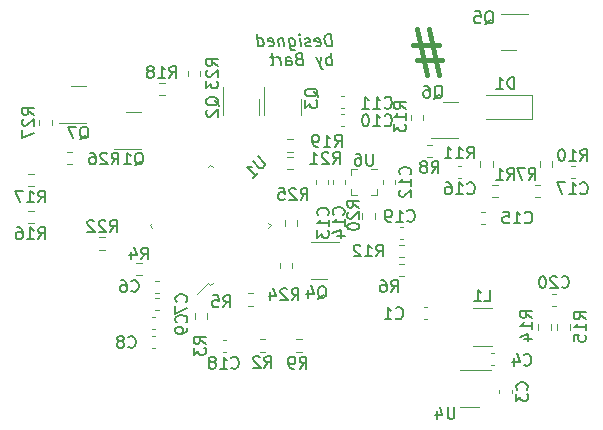
<source format=gbr>
%TF.GenerationSoftware,KiCad,Pcbnew,6.0.2-1.fc35*%
%TF.CreationDate,2022-05-31T23:37:54+02:00*%
%TF.ProjectId,LEDnode,4c45446e-6f64-4652-9e6b-696361645f70,rev?*%
%TF.SameCoordinates,Original*%
%TF.FileFunction,Legend,Bot*%
%TF.FilePolarity,Positive*%
%FSLAX46Y46*%
G04 Gerber Fmt 4.6, Leading zero omitted, Abs format (unit mm)*
G04 Created by KiCad (PCBNEW 6.0.2-1.fc35) date 2022-05-31 23:37:54*
%MOMM*%
%LPD*%
G01*
G04 APERTURE LIST*
%ADD10C,0.150000*%
%ADD11C,0.400000*%
%ADD12C,0.120000*%
G04 APERTURE END LIST*
D10*
X107408452Y-72147380D02*
X107283452Y-71147380D01*
X107045357Y-71147380D01*
X106908452Y-71195000D01*
X106825119Y-71290238D01*
X106789404Y-71385476D01*
X106765595Y-71575952D01*
X106783452Y-71718809D01*
X106854880Y-71909285D01*
X106914404Y-72004523D01*
X107021547Y-72099761D01*
X107170357Y-72147380D01*
X107408452Y-72147380D01*
X106021547Y-72099761D02*
X106122738Y-72147380D01*
X106313214Y-72147380D01*
X106402500Y-72099761D01*
X106438214Y-72004523D01*
X106390595Y-71623571D01*
X106331071Y-71528333D01*
X106229880Y-71480714D01*
X106039404Y-71480714D01*
X105950119Y-71528333D01*
X105914404Y-71623571D01*
X105926309Y-71718809D01*
X106414404Y-71814047D01*
X105592976Y-72099761D02*
X105503690Y-72147380D01*
X105313214Y-72147380D01*
X105212023Y-72099761D01*
X105152500Y-72004523D01*
X105146547Y-71956904D01*
X105182261Y-71861666D01*
X105271547Y-71814047D01*
X105414404Y-71814047D01*
X105503690Y-71766428D01*
X105539404Y-71671190D01*
X105533452Y-71623571D01*
X105473928Y-71528333D01*
X105372738Y-71480714D01*
X105229880Y-71480714D01*
X105140595Y-71528333D01*
X104741785Y-72147380D02*
X104658452Y-71480714D01*
X104616785Y-71147380D02*
X104670357Y-71195000D01*
X104628690Y-71242619D01*
X104575119Y-71195000D01*
X104616785Y-71147380D01*
X104628690Y-71242619D01*
X103753690Y-71480714D02*
X103854880Y-72290238D01*
X103914404Y-72385476D01*
X103967976Y-72433095D01*
X104069166Y-72480714D01*
X104212023Y-72480714D01*
X104301309Y-72433095D01*
X103831071Y-72099761D02*
X103932261Y-72147380D01*
X104122738Y-72147380D01*
X104212023Y-72099761D01*
X104253690Y-72052142D01*
X104289404Y-71956904D01*
X104253690Y-71671190D01*
X104194166Y-71575952D01*
X104140595Y-71528333D01*
X104039404Y-71480714D01*
X103848928Y-71480714D01*
X103759642Y-71528333D01*
X103277500Y-71480714D02*
X103360833Y-72147380D01*
X103289404Y-71575952D02*
X103235833Y-71528333D01*
X103134642Y-71480714D01*
X102991785Y-71480714D01*
X102902500Y-71528333D01*
X102866785Y-71623571D01*
X102932261Y-72147380D01*
X102069166Y-72099761D02*
X102170357Y-72147380D01*
X102360833Y-72147380D01*
X102450119Y-72099761D01*
X102485833Y-72004523D01*
X102438214Y-71623571D01*
X102378690Y-71528333D01*
X102277500Y-71480714D01*
X102087023Y-71480714D01*
X101997738Y-71528333D01*
X101962023Y-71623571D01*
X101973928Y-71718809D01*
X102462023Y-71814047D01*
X101170357Y-72147380D02*
X101045357Y-71147380D01*
X101164404Y-72099761D02*
X101265595Y-72147380D01*
X101456071Y-72147380D01*
X101545357Y-72099761D01*
X101587023Y-72052142D01*
X101622738Y-71956904D01*
X101587023Y-71671190D01*
X101527500Y-71575952D01*
X101473928Y-71528333D01*
X101372738Y-71480714D01*
X101182261Y-71480714D01*
X101092976Y-71528333D01*
X107408452Y-73757380D02*
X107283452Y-72757380D01*
X107331071Y-73138333D02*
X107229880Y-73090714D01*
X107039404Y-73090714D01*
X106950119Y-73138333D01*
X106908452Y-73185952D01*
X106872738Y-73281190D01*
X106908452Y-73566904D01*
X106967976Y-73662142D01*
X107021547Y-73709761D01*
X107122738Y-73757380D01*
X107313214Y-73757380D01*
X107402500Y-73709761D01*
X106515595Y-73090714D02*
X106360833Y-73757380D01*
X106039404Y-73090714D02*
X106360833Y-73757380D01*
X106485833Y-73995476D01*
X106539404Y-74043095D01*
X106640595Y-74090714D01*
X104581071Y-73233571D02*
X104444166Y-73281190D01*
X104402500Y-73328809D01*
X104366785Y-73424047D01*
X104384642Y-73566904D01*
X104444166Y-73662142D01*
X104497738Y-73709761D01*
X104598928Y-73757380D01*
X104979880Y-73757380D01*
X104854880Y-72757380D01*
X104521547Y-72757380D01*
X104432261Y-72805000D01*
X104390595Y-72852619D01*
X104354880Y-72947857D01*
X104366785Y-73043095D01*
X104426309Y-73138333D01*
X104479880Y-73185952D01*
X104581071Y-73233571D01*
X104914404Y-73233571D01*
X103551309Y-73757380D02*
X103485833Y-73233571D01*
X103521547Y-73138333D01*
X103610833Y-73090714D01*
X103801309Y-73090714D01*
X103902500Y-73138333D01*
X103545357Y-73709761D02*
X103646547Y-73757380D01*
X103884642Y-73757380D01*
X103973928Y-73709761D01*
X104009642Y-73614523D01*
X103997738Y-73519285D01*
X103938214Y-73424047D01*
X103837023Y-73376428D01*
X103598928Y-73376428D01*
X103497738Y-73328809D01*
X103075119Y-73757380D02*
X102991785Y-73090714D01*
X103015595Y-73281190D02*
X102956071Y-73185952D01*
X102902500Y-73138333D01*
X102801309Y-73090714D01*
X102706071Y-73090714D01*
X102515595Y-73090714D02*
X102134642Y-73090714D01*
X102331071Y-72757380D02*
X102438214Y-73614523D01*
X102402500Y-73709761D01*
X102313214Y-73757380D01*
X102217976Y-73757380D01*
%TO.C,R10*%
X128442857Y-81852380D02*
X128776190Y-81376190D01*
X129014285Y-81852380D02*
X129014285Y-80852380D01*
X128633333Y-80852380D01*
X128538095Y-80900000D01*
X128490476Y-80947619D01*
X128442857Y-81042857D01*
X128442857Y-81185714D01*
X128490476Y-81280952D01*
X128538095Y-81328571D01*
X128633333Y-81376190D01*
X129014285Y-81376190D01*
X127490476Y-81852380D02*
X128061904Y-81852380D01*
X127776190Y-81852380D02*
X127776190Y-80852380D01*
X127871428Y-80995238D01*
X127966666Y-81090476D01*
X128061904Y-81138095D01*
X126871428Y-80852380D02*
X126776190Y-80852380D01*
X126680952Y-80900000D01*
X126633333Y-80947619D01*
X126585714Y-81042857D01*
X126538095Y-81233333D01*
X126538095Y-81471428D01*
X126585714Y-81661904D01*
X126633333Y-81757142D01*
X126680952Y-81804761D01*
X126776190Y-81852380D01*
X126871428Y-81852380D01*
X126966666Y-81804761D01*
X127014285Y-81757142D01*
X127061904Y-81661904D01*
X127109523Y-81471428D01*
X127109523Y-81233333D01*
X127061904Y-81042857D01*
X127014285Y-80947619D01*
X126966666Y-80900000D01*
X126871428Y-80852380D01*
%TO.C,C7*%
X95057142Y-93783333D02*
X95104761Y-93735714D01*
X95152380Y-93592857D01*
X95152380Y-93497619D01*
X95104761Y-93354761D01*
X95009523Y-93259523D01*
X94914285Y-93211904D01*
X94723809Y-93164285D01*
X94580952Y-93164285D01*
X94390476Y-93211904D01*
X94295238Y-93259523D01*
X94200000Y-93354761D01*
X94152380Y-93497619D01*
X94152380Y-93592857D01*
X94200000Y-93735714D01*
X94247619Y-93783333D01*
X94152380Y-94116666D02*
X94152380Y-94783333D01*
X95152380Y-94354761D01*
%TO.C,C8*%
X90166666Y-97607142D02*
X90214285Y-97654761D01*
X90357142Y-97702380D01*
X90452380Y-97702380D01*
X90595238Y-97654761D01*
X90690476Y-97559523D01*
X90738095Y-97464285D01*
X90785714Y-97273809D01*
X90785714Y-97130952D01*
X90738095Y-96940476D01*
X90690476Y-96845238D01*
X90595238Y-96750000D01*
X90452380Y-96702380D01*
X90357142Y-96702380D01*
X90214285Y-96750000D01*
X90166666Y-96797619D01*
X89595238Y-97130952D02*
X89690476Y-97083333D01*
X89738095Y-97035714D01*
X89785714Y-96940476D01*
X89785714Y-96892857D01*
X89738095Y-96797619D01*
X89690476Y-96750000D01*
X89595238Y-96702380D01*
X89404761Y-96702380D01*
X89309523Y-96750000D01*
X89261904Y-96797619D01*
X89214285Y-96892857D01*
X89214285Y-96940476D01*
X89261904Y-97035714D01*
X89309523Y-97083333D01*
X89404761Y-97130952D01*
X89595238Y-97130952D01*
X89690476Y-97178571D01*
X89738095Y-97226190D01*
X89785714Y-97321428D01*
X89785714Y-97511904D01*
X89738095Y-97607142D01*
X89690476Y-97654761D01*
X89595238Y-97702380D01*
X89404761Y-97702380D01*
X89309523Y-97654761D01*
X89261904Y-97607142D01*
X89214285Y-97511904D01*
X89214285Y-97321428D01*
X89261904Y-97226190D01*
X89309523Y-97178571D01*
X89404761Y-97130952D01*
%TO.C,Q5*%
X120345238Y-70297619D02*
X120440476Y-70250000D01*
X120535714Y-70154761D01*
X120678571Y-70011904D01*
X120773809Y-69964285D01*
X120869047Y-69964285D01*
X120821428Y-70202380D02*
X120916666Y-70154761D01*
X121011904Y-70059523D01*
X121059523Y-69869047D01*
X121059523Y-69535714D01*
X121011904Y-69345238D01*
X120916666Y-69250000D01*
X120821428Y-69202380D01*
X120630952Y-69202380D01*
X120535714Y-69250000D01*
X120440476Y-69345238D01*
X120392857Y-69535714D01*
X120392857Y-69869047D01*
X120440476Y-70059523D01*
X120535714Y-70154761D01*
X120630952Y-70202380D01*
X120821428Y-70202380D01*
X119488095Y-69202380D02*
X119964285Y-69202380D01*
X120011904Y-69678571D01*
X119964285Y-69630952D01*
X119869047Y-69583333D01*
X119630952Y-69583333D01*
X119535714Y-69630952D01*
X119488095Y-69678571D01*
X119440476Y-69773809D01*
X119440476Y-70011904D01*
X119488095Y-70107142D01*
X119535714Y-70154761D01*
X119630952Y-70202380D01*
X119869047Y-70202380D01*
X119964285Y-70154761D01*
X120011904Y-70107142D01*
%TO.C,C6*%
X90416666Y-92857142D02*
X90464285Y-92904761D01*
X90607142Y-92952380D01*
X90702380Y-92952380D01*
X90845238Y-92904761D01*
X90940476Y-92809523D01*
X90988095Y-92714285D01*
X91035714Y-92523809D01*
X91035714Y-92380952D01*
X90988095Y-92190476D01*
X90940476Y-92095238D01*
X90845238Y-92000000D01*
X90702380Y-91952380D01*
X90607142Y-91952380D01*
X90464285Y-92000000D01*
X90416666Y-92047619D01*
X89559523Y-91952380D02*
X89750000Y-91952380D01*
X89845238Y-92000000D01*
X89892857Y-92047619D01*
X89988095Y-92190476D01*
X90035714Y-92380952D01*
X90035714Y-92761904D01*
X89988095Y-92857142D01*
X89940476Y-92904761D01*
X89845238Y-92952380D01*
X89654761Y-92952380D01*
X89559523Y-92904761D01*
X89511904Y-92857142D01*
X89464285Y-92761904D01*
X89464285Y-92523809D01*
X89511904Y-92428571D01*
X89559523Y-92380952D01*
X89654761Y-92333333D01*
X89845238Y-92333333D01*
X89940476Y-92380952D01*
X89988095Y-92428571D01*
X90035714Y-92523809D01*
%TO.C,Q1*%
X90695238Y-82247619D02*
X90790476Y-82200000D01*
X90885714Y-82104761D01*
X91028571Y-81961904D01*
X91123809Y-81914285D01*
X91219047Y-81914285D01*
X91171428Y-82152380D02*
X91266666Y-82104761D01*
X91361904Y-82009523D01*
X91409523Y-81819047D01*
X91409523Y-81485714D01*
X91361904Y-81295238D01*
X91266666Y-81200000D01*
X91171428Y-81152380D01*
X90980952Y-81152380D01*
X90885714Y-81200000D01*
X90790476Y-81295238D01*
X90742857Y-81485714D01*
X90742857Y-81819047D01*
X90790476Y-82009523D01*
X90885714Y-82104761D01*
X90980952Y-82152380D01*
X91171428Y-82152380D01*
X89790476Y-82152380D02*
X90361904Y-82152380D01*
X90076190Y-82152380D02*
X90076190Y-81152380D01*
X90171428Y-81295238D01*
X90266666Y-81390476D01*
X90361904Y-81438095D01*
%TO.C,C17*%
X128442857Y-84587142D02*
X128490476Y-84634761D01*
X128633333Y-84682380D01*
X128728571Y-84682380D01*
X128871428Y-84634761D01*
X128966666Y-84539523D01*
X129014285Y-84444285D01*
X129061904Y-84253809D01*
X129061904Y-84110952D01*
X129014285Y-83920476D01*
X128966666Y-83825238D01*
X128871428Y-83730000D01*
X128728571Y-83682380D01*
X128633333Y-83682380D01*
X128490476Y-83730000D01*
X128442857Y-83777619D01*
X127490476Y-84682380D02*
X128061904Y-84682380D01*
X127776190Y-84682380D02*
X127776190Y-83682380D01*
X127871428Y-83825238D01*
X127966666Y-83920476D01*
X128061904Y-83968095D01*
X127157142Y-83682380D02*
X126490476Y-83682380D01*
X126919047Y-84682380D01*
%TO.C,Q2*%
X97847619Y-77204761D02*
X97800000Y-77109523D01*
X97704761Y-77014285D01*
X97561904Y-76871428D01*
X97514285Y-76776190D01*
X97514285Y-76680952D01*
X97752380Y-76728571D02*
X97704761Y-76633333D01*
X97609523Y-76538095D01*
X97419047Y-76490476D01*
X97085714Y-76490476D01*
X96895238Y-76538095D01*
X96800000Y-76633333D01*
X96752380Y-76728571D01*
X96752380Y-76919047D01*
X96800000Y-77014285D01*
X96895238Y-77109523D01*
X97085714Y-77157142D01*
X97419047Y-77157142D01*
X97609523Y-77109523D01*
X97704761Y-77014285D01*
X97752380Y-76919047D01*
X97752380Y-76728571D01*
X96847619Y-77538095D02*
X96800000Y-77585714D01*
X96752380Y-77680952D01*
X96752380Y-77919047D01*
X96800000Y-78014285D01*
X96847619Y-78061904D01*
X96942857Y-78109523D01*
X97038095Y-78109523D01*
X97180952Y-78061904D01*
X97752380Y-77490476D01*
X97752380Y-78109523D01*
%TO.C,R18*%
X93642857Y-74822380D02*
X93976190Y-74346190D01*
X94214285Y-74822380D02*
X94214285Y-73822380D01*
X93833333Y-73822380D01*
X93738095Y-73870000D01*
X93690476Y-73917619D01*
X93642857Y-74012857D01*
X93642857Y-74155714D01*
X93690476Y-74250952D01*
X93738095Y-74298571D01*
X93833333Y-74346190D01*
X94214285Y-74346190D01*
X92690476Y-74822380D02*
X93261904Y-74822380D01*
X92976190Y-74822380D02*
X92976190Y-73822380D01*
X93071428Y-73965238D01*
X93166666Y-74060476D01*
X93261904Y-74108095D01*
X92119047Y-74250952D02*
X92214285Y-74203333D01*
X92261904Y-74155714D01*
X92309523Y-74060476D01*
X92309523Y-74012857D01*
X92261904Y-73917619D01*
X92214285Y-73870000D01*
X92119047Y-73822380D01*
X91928571Y-73822380D01*
X91833333Y-73870000D01*
X91785714Y-73917619D01*
X91738095Y-74012857D01*
X91738095Y-74060476D01*
X91785714Y-74155714D01*
X91833333Y-74203333D01*
X91928571Y-74250952D01*
X92119047Y-74250952D01*
X92214285Y-74298571D01*
X92261904Y-74346190D01*
X92309523Y-74441428D01*
X92309523Y-74631904D01*
X92261904Y-74727142D01*
X92214285Y-74774761D01*
X92119047Y-74822380D01*
X91928571Y-74822380D01*
X91833333Y-74774761D01*
X91785714Y-74727142D01*
X91738095Y-74631904D01*
X91738095Y-74441428D01*
X91785714Y-74346190D01*
X91833333Y-74298571D01*
X91928571Y-74250952D01*
%TO.C,C15*%
X123742857Y-87057142D02*
X123790476Y-87104761D01*
X123933333Y-87152380D01*
X124028571Y-87152380D01*
X124171428Y-87104761D01*
X124266666Y-87009523D01*
X124314285Y-86914285D01*
X124361904Y-86723809D01*
X124361904Y-86580952D01*
X124314285Y-86390476D01*
X124266666Y-86295238D01*
X124171428Y-86200000D01*
X124028571Y-86152380D01*
X123933333Y-86152380D01*
X123790476Y-86200000D01*
X123742857Y-86247619D01*
X122790476Y-87152380D02*
X123361904Y-87152380D01*
X123076190Y-87152380D02*
X123076190Y-86152380D01*
X123171428Y-86295238D01*
X123266666Y-86390476D01*
X123361904Y-86438095D01*
X121885714Y-86152380D02*
X122361904Y-86152380D01*
X122409523Y-86628571D01*
X122361904Y-86580952D01*
X122266666Y-86533333D01*
X122028571Y-86533333D01*
X121933333Y-86580952D01*
X121885714Y-86628571D01*
X121838095Y-86723809D01*
X121838095Y-86961904D01*
X121885714Y-87057142D01*
X121933333Y-87104761D01*
X122028571Y-87152380D01*
X122266666Y-87152380D01*
X122361904Y-87104761D01*
X122409523Y-87057142D01*
%TO.C,C3*%
X123887142Y-101233333D02*
X123934761Y-101185714D01*
X123982380Y-101042857D01*
X123982380Y-100947619D01*
X123934761Y-100804761D01*
X123839523Y-100709523D01*
X123744285Y-100661904D01*
X123553809Y-100614285D01*
X123410952Y-100614285D01*
X123220476Y-100661904D01*
X123125238Y-100709523D01*
X123030000Y-100804761D01*
X122982380Y-100947619D01*
X122982380Y-101042857D01*
X123030000Y-101185714D01*
X123077619Y-101233333D01*
X122982380Y-101566666D02*
X122982380Y-102185714D01*
X123363333Y-101852380D01*
X123363333Y-101995238D01*
X123410952Y-102090476D01*
X123458571Y-102138095D01*
X123553809Y-102185714D01*
X123791904Y-102185714D01*
X123887142Y-102138095D01*
X123934761Y-102090476D01*
X123982380Y-101995238D01*
X123982380Y-101709523D01*
X123934761Y-101614285D01*
X123887142Y-101566666D01*
%TO.C,R17*%
X82542857Y-85382380D02*
X82876190Y-84906190D01*
X83114285Y-85382380D02*
X83114285Y-84382380D01*
X82733333Y-84382380D01*
X82638095Y-84430000D01*
X82590476Y-84477619D01*
X82542857Y-84572857D01*
X82542857Y-84715714D01*
X82590476Y-84810952D01*
X82638095Y-84858571D01*
X82733333Y-84906190D01*
X83114285Y-84906190D01*
X81590476Y-85382380D02*
X82161904Y-85382380D01*
X81876190Y-85382380D02*
X81876190Y-84382380D01*
X81971428Y-84525238D01*
X82066666Y-84620476D01*
X82161904Y-84668095D01*
X81257142Y-84382380D02*
X80590476Y-84382380D01*
X81019047Y-85382380D01*
%TO.C,C14*%
X108382142Y-86407142D02*
X108429761Y-86359523D01*
X108477380Y-86216666D01*
X108477380Y-86121428D01*
X108429761Y-85978571D01*
X108334523Y-85883333D01*
X108239285Y-85835714D01*
X108048809Y-85788095D01*
X107905952Y-85788095D01*
X107715476Y-85835714D01*
X107620238Y-85883333D01*
X107525000Y-85978571D01*
X107477380Y-86121428D01*
X107477380Y-86216666D01*
X107525000Y-86359523D01*
X107572619Y-86407142D01*
X108477380Y-87359523D02*
X108477380Y-86788095D01*
X108477380Y-87073809D02*
X107477380Y-87073809D01*
X107620238Y-86978571D01*
X107715476Y-86883333D01*
X107763095Y-86788095D01*
X107810714Y-88216666D02*
X108477380Y-88216666D01*
X107429761Y-87978571D02*
X108144047Y-87740476D01*
X108144047Y-88359523D01*
%TO.C,R11*%
X118842857Y-81652380D02*
X119176190Y-81176190D01*
X119414285Y-81652380D02*
X119414285Y-80652380D01*
X119033333Y-80652380D01*
X118938095Y-80700000D01*
X118890476Y-80747619D01*
X118842857Y-80842857D01*
X118842857Y-80985714D01*
X118890476Y-81080952D01*
X118938095Y-81128571D01*
X119033333Y-81176190D01*
X119414285Y-81176190D01*
X117890476Y-81652380D02*
X118461904Y-81652380D01*
X118176190Y-81652380D02*
X118176190Y-80652380D01*
X118271428Y-80795238D01*
X118366666Y-80890476D01*
X118461904Y-80938095D01*
X116938095Y-81652380D02*
X117509523Y-81652380D01*
X117223809Y-81652380D02*
X117223809Y-80652380D01*
X117319047Y-80795238D01*
X117414285Y-80890476D01*
X117509523Y-80938095D01*
%TO.C,C19*%
X113792857Y-86907142D02*
X113840476Y-86954761D01*
X113983333Y-87002380D01*
X114078571Y-87002380D01*
X114221428Y-86954761D01*
X114316666Y-86859523D01*
X114364285Y-86764285D01*
X114411904Y-86573809D01*
X114411904Y-86430952D01*
X114364285Y-86240476D01*
X114316666Y-86145238D01*
X114221428Y-86050000D01*
X114078571Y-86002380D01*
X113983333Y-86002380D01*
X113840476Y-86050000D01*
X113792857Y-86097619D01*
X112840476Y-87002380D02*
X113411904Y-87002380D01*
X113126190Y-87002380D02*
X113126190Y-86002380D01*
X113221428Y-86145238D01*
X113316666Y-86240476D01*
X113411904Y-86288095D01*
X112364285Y-87002380D02*
X112173809Y-87002380D01*
X112078571Y-86954761D01*
X112030952Y-86907142D01*
X111935714Y-86764285D01*
X111888095Y-86573809D01*
X111888095Y-86192857D01*
X111935714Y-86097619D01*
X111983333Y-86050000D01*
X112078571Y-86002380D01*
X112269047Y-86002380D01*
X112364285Y-86050000D01*
X112411904Y-86097619D01*
X112459523Y-86192857D01*
X112459523Y-86430952D01*
X112411904Y-86526190D01*
X112364285Y-86573809D01*
X112269047Y-86621428D01*
X112078571Y-86621428D01*
X111983333Y-86573809D01*
X111935714Y-86526190D01*
X111888095Y-86430952D01*
%TO.C,R1*%
X122266666Y-83452380D02*
X122600000Y-82976190D01*
X122838095Y-83452380D02*
X122838095Y-82452380D01*
X122457142Y-82452380D01*
X122361904Y-82500000D01*
X122314285Y-82547619D01*
X122266666Y-82642857D01*
X122266666Y-82785714D01*
X122314285Y-82880952D01*
X122361904Y-82928571D01*
X122457142Y-82976190D01*
X122838095Y-82976190D01*
X121314285Y-83452380D02*
X121885714Y-83452380D01*
X121600000Y-83452380D02*
X121600000Y-82452380D01*
X121695238Y-82595238D01*
X121790476Y-82690476D01*
X121885714Y-82738095D01*
%TO.C,R15*%
X128882380Y-95257142D02*
X128406190Y-94923809D01*
X128882380Y-94685714D02*
X127882380Y-94685714D01*
X127882380Y-95066666D01*
X127930000Y-95161904D01*
X127977619Y-95209523D01*
X128072857Y-95257142D01*
X128215714Y-95257142D01*
X128310952Y-95209523D01*
X128358571Y-95161904D01*
X128406190Y-95066666D01*
X128406190Y-94685714D01*
X128882380Y-96209523D02*
X128882380Y-95638095D01*
X128882380Y-95923809D02*
X127882380Y-95923809D01*
X128025238Y-95828571D01*
X128120476Y-95733333D01*
X128168095Y-95638095D01*
X127882380Y-97114285D02*
X127882380Y-96638095D01*
X128358571Y-96590476D01*
X128310952Y-96638095D01*
X128263333Y-96733333D01*
X128263333Y-96971428D01*
X128310952Y-97066666D01*
X128358571Y-97114285D01*
X128453809Y-97161904D01*
X128691904Y-97161904D01*
X128787142Y-97114285D01*
X128834761Y-97066666D01*
X128882380Y-96971428D01*
X128882380Y-96733333D01*
X128834761Y-96638095D01*
X128787142Y-96590476D01*
%TO.C,Q4*%
X106195238Y-93547619D02*
X106290476Y-93500000D01*
X106385714Y-93404761D01*
X106528571Y-93261904D01*
X106623809Y-93214285D01*
X106719047Y-93214285D01*
X106671428Y-93452380D02*
X106766666Y-93404761D01*
X106861904Y-93309523D01*
X106909523Y-93119047D01*
X106909523Y-92785714D01*
X106861904Y-92595238D01*
X106766666Y-92500000D01*
X106671428Y-92452380D01*
X106480952Y-92452380D01*
X106385714Y-92500000D01*
X106290476Y-92595238D01*
X106242857Y-92785714D01*
X106242857Y-93119047D01*
X106290476Y-93309523D01*
X106385714Y-93404761D01*
X106480952Y-93452380D01*
X106671428Y-93452380D01*
X105385714Y-92785714D02*
X105385714Y-93452380D01*
X105623809Y-92404761D02*
X105861904Y-93119047D01*
X105242857Y-93119047D01*
%TO.C,C13*%
X107057142Y-86457142D02*
X107104761Y-86409523D01*
X107152380Y-86266666D01*
X107152380Y-86171428D01*
X107104761Y-86028571D01*
X107009523Y-85933333D01*
X106914285Y-85885714D01*
X106723809Y-85838095D01*
X106580952Y-85838095D01*
X106390476Y-85885714D01*
X106295238Y-85933333D01*
X106200000Y-86028571D01*
X106152380Y-86171428D01*
X106152380Y-86266666D01*
X106200000Y-86409523D01*
X106247619Y-86457142D01*
X107152380Y-87409523D02*
X107152380Y-86838095D01*
X107152380Y-87123809D02*
X106152380Y-87123809D01*
X106295238Y-87028571D01*
X106390476Y-86933333D01*
X106438095Y-86838095D01*
X106152380Y-87742857D02*
X106152380Y-88361904D01*
X106533333Y-88028571D01*
X106533333Y-88171428D01*
X106580952Y-88266666D01*
X106628571Y-88314285D01*
X106723809Y-88361904D01*
X106961904Y-88361904D01*
X107057142Y-88314285D01*
X107104761Y-88266666D01*
X107152380Y-88171428D01*
X107152380Y-87885714D01*
X107104761Y-87790476D01*
X107057142Y-87742857D01*
%TO.C,C16*%
X118867857Y-84587142D02*
X118915476Y-84634761D01*
X119058333Y-84682380D01*
X119153571Y-84682380D01*
X119296428Y-84634761D01*
X119391666Y-84539523D01*
X119439285Y-84444285D01*
X119486904Y-84253809D01*
X119486904Y-84110952D01*
X119439285Y-83920476D01*
X119391666Y-83825238D01*
X119296428Y-83730000D01*
X119153571Y-83682380D01*
X119058333Y-83682380D01*
X118915476Y-83730000D01*
X118867857Y-83777619D01*
X117915476Y-84682380D02*
X118486904Y-84682380D01*
X118201190Y-84682380D02*
X118201190Y-83682380D01*
X118296428Y-83825238D01*
X118391666Y-83920476D01*
X118486904Y-83968095D01*
X117058333Y-83682380D02*
X117248809Y-83682380D01*
X117344047Y-83730000D01*
X117391666Y-83777619D01*
X117486904Y-83920476D01*
X117534523Y-84110952D01*
X117534523Y-84491904D01*
X117486904Y-84587142D01*
X117439285Y-84634761D01*
X117344047Y-84682380D01*
X117153571Y-84682380D01*
X117058333Y-84634761D01*
X117010714Y-84587142D01*
X116963095Y-84491904D01*
X116963095Y-84253809D01*
X117010714Y-84158571D01*
X117058333Y-84110952D01*
X117153571Y-84063333D01*
X117344047Y-84063333D01*
X117439285Y-84110952D01*
X117486904Y-84158571D01*
X117534523Y-84253809D01*
%TO.C,R6*%
X112416666Y-92952380D02*
X112750000Y-92476190D01*
X112988095Y-92952380D02*
X112988095Y-91952380D01*
X112607142Y-91952380D01*
X112511904Y-92000000D01*
X112464285Y-92047619D01*
X112416666Y-92142857D01*
X112416666Y-92285714D01*
X112464285Y-92380952D01*
X112511904Y-92428571D01*
X112607142Y-92476190D01*
X112988095Y-92476190D01*
X111559523Y-91952380D02*
X111750000Y-91952380D01*
X111845238Y-92000000D01*
X111892857Y-92047619D01*
X111988095Y-92190476D01*
X112035714Y-92380952D01*
X112035714Y-92761904D01*
X111988095Y-92857142D01*
X111940476Y-92904761D01*
X111845238Y-92952380D01*
X111654761Y-92952380D01*
X111559523Y-92904761D01*
X111511904Y-92857142D01*
X111464285Y-92761904D01*
X111464285Y-92523809D01*
X111511904Y-92428571D01*
X111559523Y-92380952D01*
X111654761Y-92333333D01*
X111845238Y-92333333D01*
X111940476Y-92380952D01*
X111988095Y-92428571D01*
X112035714Y-92523809D01*
%TO.C,C1*%
X112816666Y-95157142D02*
X112864285Y-95204761D01*
X113007142Y-95252380D01*
X113102380Y-95252380D01*
X113245238Y-95204761D01*
X113340476Y-95109523D01*
X113388095Y-95014285D01*
X113435714Y-94823809D01*
X113435714Y-94680952D01*
X113388095Y-94490476D01*
X113340476Y-94395238D01*
X113245238Y-94300000D01*
X113102380Y-94252380D01*
X113007142Y-94252380D01*
X112864285Y-94300000D01*
X112816666Y-94347619D01*
X111864285Y-95252380D02*
X112435714Y-95252380D01*
X112150000Y-95252380D02*
X112150000Y-94252380D01*
X112245238Y-94395238D01*
X112340476Y-94490476D01*
X112435714Y-94538095D01*
%TO.C,R27*%
X82172380Y-77957142D02*
X81696190Y-77623809D01*
X82172380Y-77385714D02*
X81172380Y-77385714D01*
X81172380Y-77766666D01*
X81220000Y-77861904D01*
X81267619Y-77909523D01*
X81362857Y-77957142D01*
X81505714Y-77957142D01*
X81600952Y-77909523D01*
X81648571Y-77861904D01*
X81696190Y-77766666D01*
X81696190Y-77385714D01*
X81267619Y-78338095D02*
X81220000Y-78385714D01*
X81172380Y-78480952D01*
X81172380Y-78719047D01*
X81220000Y-78814285D01*
X81267619Y-78861904D01*
X81362857Y-78909523D01*
X81458095Y-78909523D01*
X81600952Y-78861904D01*
X82172380Y-78290476D01*
X82172380Y-78909523D01*
X81172380Y-79242857D02*
X81172380Y-79909523D01*
X82172380Y-79480952D01*
%TO.C,U4*%
X117761904Y-102702380D02*
X117761904Y-103511904D01*
X117714285Y-103607142D01*
X117666666Y-103654761D01*
X117571428Y-103702380D01*
X117380952Y-103702380D01*
X117285714Y-103654761D01*
X117238095Y-103607142D01*
X117190476Y-103511904D01*
X117190476Y-102702380D01*
X116285714Y-103035714D02*
X116285714Y-103702380D01*
X116523809Y-102654761D02*
X116761904Y-103369047D01*
X116142857Y-103369047D01*
%TO.C,R7*%
X124066666Y-83452380D02*
X124400000Y-82976190D01*
X124638095Y-83452380D02*
X124638095Y-82452380D01*
X124257142Y-82452380D01*
X124161904Y-82500000D01*
X124114285Y-82547619D01*
X124066666Y-82642857D01*
X124066666Y-82785714D01*
X124114285Y-82880952D01*
X124161904Y-82928571D01*
X124257142Y-82976190D01*
X124638095Y-82976190D01*
X123733333Y-82452380D02*
X123066666Y-82452380D01*
X123495238Y-83452380D01*
%TO.C,R21*%
X107492857Y-82102380D02*
X107826190Y-81626190D01*
X108064285Y-82102380D02*
X108064285Y-81102380D01*
X107683333Y-81102380D01*
X107588095Y-81150000D01*
X107540476Y-81197619D01*
X107492857Y-81292857D01*
X107492857Y-81435714D01*
X107540476Y-81530952D01*
X107588095Y-81578571D01*
X107683333Y-81626190D01*
X108064285Y-81626190D01*
X107111904Y-81197619D02*
X107064285Y-81150000D01*
X106969047Y-81102380D01*
X106730952Y-81102380D01*
X106635714Y-81150000D01*
X106588095Y-81197619D01*
X106540476Y-81292857D01*
X106540476Y-81388095D01*
X106588095Y-81530952D01*
X107159523Y-82102380D01*
X106540476Y-82102380D01*
X105588095Y-82102380D02*
X106159523Y-82102380D01*
X105873809Y-82102380D02*
X105873809Y-81102380D01*
X105969047Y-81245238D01*
X106064285Y-81340476D01*
X106159523Y-81388095D01*
%TO.C,C9*%
X95057142Y-95533333D02*
X95104761Y-95485714D01*
X95152380Y-95342857D01*
X95152380Y-95247619D01*
X95104761Y-95104761D01*
X95009523Y-95009523D01*
X94914285Y-94961904D01*
X94723809Y-94914285D01*
X94580952Y-94914285D01*
X94390476Y-94961904D01*
X94295238Y-95009523D01*
X94200000Y-95104761D01*
X94152380Y-95247619D01*
X94152380Y-95342857D01*
X94200000Y-95485714D01*
X94247619Y-95533333D01*
X95152380Y-96009523D02*
X95152380Y-96200000D01*
X95104761Y-96295238D01*
X95057142Y-96342857D01*
X94914285Y-96438095D01*
X94723809Y-96485714D01*
X94342857Y-96485714D01*
X94247619Y-96438095D01*
X94200000Y-96390476D01*
X94152380Y-96295238D01*
X94152380Y-96104761D01*
X94200000Y-96009523D01*
X94247619Y-95961904D01*
X94342857Y-95914285D01*
X94580952Y-95914285D01*
X94676190Y-95961904D01*
X94723809Y-96009523D01*
X94771428Y-96104761D01*
X94771428Y-96295238D01*
X94723809Y-96390476D01*
X94676190Y-96438095D01*
X94580952Y-96485714D01*
%TO.C,C11*%
X111854868Y-77332142D02*
X111902487Y-77379761D01*
X112045344Y-77427380D01*
X112140582Y-77427380D01*
X112283439Y-77379761D01*
X112378677Y-77284523D01*
X112426296Y-77189285D01*
X112473915Y-76998809D01*
X112473915Y-76855952D01*
X112426296Y-76665476D01*
X112378677Y-76570238D01*
X112283439Y-76475000D01*
X112140582Y-76427380D01*
X112045344Y-76427380D01*
X111902487Y-76475000D01*
X111854868Y-76522619D01*
X110902487Y-77427380D02*
X111473915Y-77427380D01*
X111188201Y-77427380D02*
X111188201Y-76427380D01*
X111283439Y-76570238D01*
X111378677Y-76665476D01*
X111473915Y-76713095D01*
X109950106Y-77427380D02*
X110521534Y-77427380D01*
X110235820Y-77427380D02*
X110235820Y-76427380D01*
X110331058Y-76570238D01*
X110426296Y-76665476D01*
X110521534Y-76713095D01*
%TO.C,R16*%
X82542857Y-88482380D02*
X82876190Y-88006190D01*
X83114285Y-88482380D02*
X83114285Y-87482380D01*
X82733333Y-87482380D01*
X82638095Y-87530000D01*
X82590476Y-87577619D01*
X82542857Y-87672857D01*
X82542857Y-87815714D01*
X82590476Y-87910952D01*
X82638095Y-87958571D01*
X82733333Y-88006190D01*
X83114285Y-88006190D01*
X81590476Y-88482380D02*
X82161904Y-88482380D01*
X81876190Y-88482380D02*
X81876190Y-87482380D01*
X81971428Y-87625238D01*
X82066666Y-87720476D01*
X82161904Y-87768095D01*
X80733333Y-87482380D02*
X80923809Y-87482380D01*
X81019047Y-87530000D01*
X81066666Y-87577619D01*
X81161904Y-87720476D01*
X81209523Y-87910952D01*
X81209523Y-88291904D01*
X81161904Y-88387142D01*
X81114285Y-88434761D01*
X81019047Y-88482380D01*
X80828571Y-88482380D01*
X80733333Y-88434761D01*
X80685714Y-88387142D01*
X80638095Y-88291904D01*
X80638095Y-88053809D01*
X80685714Y-87958571D01*
X80733333Y-87910952D01*
X80828571Y-87863333D01*
X81019047Y-87863333D01*
X81114285Y-87910952D01*
X81161904Y-87958571D01*
X81209523Y-88053809D01*
%TO.C,R25*%
X104742857Y-85152380D02*
X105076190Y-84676190D01*
X105314285Y-85152380D02*
X105314285Y-84152380D01*
X104933333Y-84152380D01*
X104838095Y-84200000D01*
X104790476Y-84247619D01*
X104742857Y-84342857D01*
X104742857Y-84485714D01*
X104790476Y-84580952D01*
X104838095Y-84628571D01*
X104933333Y-84676190D01*
X105314285Y-84676190D01*
X104361904Y-84247619D02*
X104314285Y-84200000D01*
X104219047Y-84152380D01*
X103980952Y-84152380D01*
X103885714Y-84200000D01*
X103838095Y-84247619D01*
X103790476Y-84342857D01*
X103790476Y-84438095D01*
X103838095Y-84580952D01*
X104409523Y-85152380D01*
X103790476Y-85152380D01*
X102885714Y-84152380D02*
X103361904Y-84152380D01*
X103409523Y-84628571D01*
X103361904Y-84580952D01*
X103266666Y-84533333D01*
X103028571Y-84533333D01*
X102933333Y-84580952D01*
X102885714Y-84628571D01*
X102838095Y-84723809D01*
X102838095Y-84961904D01*
X102885714Y-85057142D01*
X102933333Y-85104761D01*
X103028571Y-85152380D01*
X103266666Y-85152380D01*
X103361904Y-85104761D01*
X103409523Y-85057142D01*
%TO.C,Q6*%
X116045238Y-76597619D02*
X116140476Y-76550000D01*
X116235714Y-76454761D01*
X116378571Y-76311904D01*
X116473809Y-76264285D01*
X116569047Y-76264285D01*
X116521428Y-76502380D02*
X116616666Y-76454761D01*
X116711904Y-76359523D01*
X116759523Y-76169047D01*
X116759523Y-75835714D01*
X116711904Y-75645238D01*
X116616666Y-75550000D01*
X116521428Y-75502380D01*
X116330952Y-75502380D01*
X116235714Y-75550000D01*
X116140476Y-75645238D01*
X116092857Y-75835714D01*
X116092857Y-76169047D01*
X116140476Y-76359523D01*
X116235714Y-76454761D01*
X116330952Y-76502380D01*
X116521428Y-76502380D01*
X115235714Y-75502380D02*
X115426190Y-75502380D01*
X115521428Y-75550000D01*
X115569047Y-75597619D01*
X115664285Y-75740476D01*
X115711904Y-75930952D01*
X115711904Y-76311904D01*
X115664285Y-76407142D01*
X115616666Y-76454761D01*
X115521428Y-76502380D01*
X115330952Y-76502380D01*
X115235714Y-76454761D01*
X115188095Y-76407142D01*
X115140476Y-76311904D01*
X115140476Y-76073809D01*
X115188095Y-75978571D01*
X115235714Y-75930952D01*
X115330952Y-75883333D01*
X115521428Y-75883333D01*
X115616666Y-75930952D01*
X115664285Y-75978571D01*
X115711904Y-76073809D01*
%TO.C,U6*%
X110886904Y-81252380D02*
X110886904Y-82061904D01*
X110839285Y-82157142D01*
X110791666Y-82204761D01*
X110696428Y-82252380D01*
X110505952Y-82252380D01*
X110410714Y-82204761D01*
X110363095Y-82157142D01*
X110315476Y-82061904D01*
X110315476Y-81252380D01*
X109410714Y-81252380D02*
X109601190Y-81252380D01*
X109696428Y-81300000D01*
X109744047Y-81347619D01*
X109839285Y-81490476D01*
X109886904Y-81680952D01*
X109886904Y-82061904D01*
X109839285Y-82157142D01*
X109791666Y-82204761D01*
X109696428Y-82252380D01*
X109505952Y-82252380D01*
X109410714Y-82204761D01*
X109363095Y-82157142D01*
X109315476Y-82061904D01*
X109315476Y-81823809D01*
X109363095Y-81728571D01*
X109410714Y-81680952D01*
X109505952Y-81633333D01*
X109696428Y-81633333D01*
X109791666Y-81680952D01*
X109839285Y-81728571D01*
X109886904Y-81823809D01*
%TO.C,C20*%
X126842857Y-92527142D02*
X126890476Y-92574761D01*
X127033333Y-92622380D01*
X127128571Y-92622380D01*
X127271428Y-92574761D01*
X127366666Y-92479523D01*
X127414285Y-92384285D01*
X127461904Y-92193809D01*
X127461904Y-92050952D01*
X127414285Y-91860476D01*
X127366666Y-91765238D01*
X127271428Y-91670000D01*
X127128571Y-91622380D01*
X127033333Y-91622380D01*
X126890476Y-91670000D01*
X126842857Y-91717619D01*
X126461904Y-91717619D02*
X126414285Y-91670000D01*
X126319047Y-91622380D01*
X126080952Y-91622380D01*
X125985714Y-91670000D01*
X125938095Y-91717619D01*
X125890476Y-91812857D01*
X125890476Y-91908095D01*
X125938095Y-92050952D01*
X126509523Y-92622380D01*
X125890476Y-92622380D01*
X125271428Y-91622380D02*
X125176190Y-91622380D01*
X125080952Y-91670000D01*
X125033333Y-91717619D01*
X124985714Y-91812857D01*
X124938095Y-92003333D01*
X124938095Y-92241428D01*
X124985714Y-92431904D01*
X125033333Y-92527142D01*
X125080952Y-92574761D01*
X125176190Y-92622380D01*
X125271428Y-92622380D01*
X125366666Y-92574761D01*
X125414285Y-92527142D01*
X125461904Y-92431904D01*
X125509523Y-92241428D01*
X125509523Y-92003333D01*
X125461904Y-91812857D01*
X125414285Y-91717619D01*
X125366666Y-91670000D01*
X125271428Y-91622380D01*
%TO.C,C4*%
X123666666Y-99107142D02*
X123714285Y-99154761D01*
X123857142Y-99202380D01*
X123952380Y-99202380D01*
X124095238Y-99154761D01*
X124190476Y-99059523D01*
X124238095Y-98964285D01*
X124285714Y-98773809D01*
X124285714Y-98630952D01*
X124238095Y-98440476D01*
X124190476Y-98345238D01*
X124095238Y-98250000D01*
X123952380Y-98202380D01*
X123857142Y-98202380D01*
X123714285Y-98250000D01*
X123666666Y-98297619D01*
X122809523Y-98535714D02*
X122809523Y-99202380D01*
X123047619Y-98154761D02*
X123285714Y-98869047D01*
X122666666Y-98869047D01*
%TO.C,C18*%
X98892857Y-99357142D02*
X98940476Y-99404761D01*
X99083333Y-99452380D01*
X99178571Y-99452380D01*
X99321428Y-99404761D01*
X99416666Y-99309523D01*
X99464285Y-99214285D01*
X99511904Y-99023809D01*
X99511904Y-98880952D01*
X99464285Y-98690476D01*
X99416666Y-98595238D01*
X99321428Y-98500000D01*
X99178571Y-98452380D01*
X99083333Y-98452380D01*
X98940476Y-98500000D01*
X98892857Y-98547619D01*
X97940476Y-99452380D02*
X98511904Y-99452380D01*
X98226190Y-99452380D02*
X98226190Y-98452380D01*
X98321428Y-98595238D01*
X98416666Y-98690476D01*
X98511904Y-98738095D01*
X97369047Y-98880952D02*
X97464285Y-98833333D01*
X97511904Y-98785714D01*
X97559523Y-98690476D01*
X97559523Y-98642857D01*
X97511904Y-98547619D01*
X97464285Y-98500000D01*
X97369047Y-98452380D01*
X97178571Y-98452380D01*
X97083333Y-98500000D01*
X97035714Y-98547619D01*
X96988095Y-98642857D01*
X96988095Y-98690476D01*
X97035714Y-98785714D01*
X97083333Y-98833333D01*
X97178571Y-98880952D01*
X97369047Y-98880952D01*
X97464285Y-98928571D01*
X97511904Y-98976190D01*
X97559523Y-99071428D01*
X97559523Y-99261904D01*
X97511904Y-99357142D01*
X97464285Y-99404761D01*
X97369047Y-99452380D01*
X97178571Y-99452380D01*
X97083333Y-99404761D01*
X97035714Y-99357142D01*
X96988095Y-99261904D01*
X96988095Y-99071428D01*
X97035714Y-98976190D01*
X97083333Y-98928571D01*
X97178571Y-98880952D01*
%TO.C,R20*%
X109702380Y-85807142D02*
X109226190Y-85473809D01*
X109702380Y-85235714D02*
X108702380Y-85235714D01*
X108702380Y-85616666D01*
X108750000Y-85711904D01*
X108797619Y-85759523D01*
X108892857Y-85807142D01*
X109035714Y-85807142D01*
X109130952Y-85759523D01*
X109178571Y-85711904D01*
X109226190Y-85616666D01*
X109226190Y-85235714D01*
X108797619Y-86188095D02*
X108750000Y-86235714D01*
X108702380Y-86330952D01*
X108702380Y-86569047D01*
X108750000Y-86664285D01*
X108797619Y-86711904D01*
X108892857Y-86759523D01*
X108988095Y-86759523D01*
X109130952Y-86711904D01*
X109702380Y-86140476D01*
X109702380Y-86759523D01*
X108702380Y-87378571D02*
X108702380Y-87473809D01*
X108750000Y-87569047D01*
X108797619Y-87616666D01*
X108892857Y-87664285D01*
X109083333Y-87711904D01*
X109321428Y-87711904D01*
X109511904Y-87664285D01*
X109607142Y-87616666D01*
X109654761Y-87569047D01*
X109702380Y-87473809D01*
X109702380Y-87378571D01*
X109654761Y-87283333D01*
X109607142Y-87235714D01*
X109511904Y-87188095D01*
X109321428Y-87140476D01*
X109083333Y-87140476D01*
X108892857Y-87188095D01*
X108797619Y-87235714D01*
X108750000Y-87283333D01*
X108702380Y-87378571D01*
%TO.C,R5*%
X98216666Y-94252380D02*
X98550000Y-93776190D01*
X98788095Y-94252380D02*
X98788095Y-93252380D01*
X98407142Y-93252380D01*
X98311904Y-93300000D01*
X98264285Y-93347619D01*
X98216666Y-93442857D01*
X98216666Y-93585714D01*
X98264285Y-93680952D01*
X98311904Y-93728571D01*
X98407142Y-93776190D01*
X98788095Y-93776190D01*
X97311904Y-93252380D02*
X97788095Y-93252380D01*
X97835714Y-93728571D01*
X97788095Y-93680952D01*
X97692857Y-93633333D01*
X97454761Y-93633333D01*
X97359523Y-93680952D01*
X97311904Y-93728571D01*
X97264285Y-93823809D01*
X97264285Y-94061904D01*
X97311904Y-94157142D01*
X97359523Y-94204761D01*
X97454761Y-94252380D01*
X97692857Y-94252380D01*
X97788095Y-94204761D01*
X97835714Y-94157142D01*
%TO.C,D1*%
X122838095Y-75752380D02*
X122838095Y-74752380D01*
X122600000Y-74752380D01*
X122457142Y-74800000D01*
X122361904Y-74895238D01*
X122314285Y-74990476D01*
X122266666Y-75180952D01*
X122266666Y-75323809D01*
X122314285Y-75514285D01*
X122361904Y-75609523D01*
X122457142Y-75704761D01*
X122600000Y-75752380D01*
X122838095Y-75752380D01*
X121314285Y-75752380D02*
X121885714Y-75752380D01*
X121600000Y-75752380D02*
X121600000Y-74752380D01*
X121695238Y-74895238D01*
X121790476Y-74990476D01*
X121885714Y-75038095D01*
%TO.C,Q7*%
X86045238Y-80047619D02*
X86140476Y-80000000D01*
X86235714Y-79904761D01*
X86378571Y-79761904D01*
X86473809Y-79714285D01*
X86569047Y-79714285D01*
X86521428Y-79952380D02*
X86616666Y-79904761D01*
X86711904Y-79809523D01*
X86759523Y-79619047D01*
X86759523Y-79285714D01*
X86711904Y-79095238D01*
X86616666Y-79000000D01*
X86521428Y-78952380D01*
X86330952Y-78952380D01*
X86235714Y-79000000D01*
X86140476Y-79095238D01*
X86092857Y-79285714D01*
X86092857Y-79619047D01*
X86140476Y-79809523D01*
X86235714Y-79904761D01*
X86330952Y-79952380D01*
X86521428Y-79952380D01*
X85759523Y-78952380D02*
X85092857Y-78952380D01*
X85521428Y-79952380D01*
%TO.C,R22*%
X88592857Y-87872380D02*
X88926190Y-87396190D01*
X89164285Y-87872380D02*
X89164285Y-86872380D01*
X88783333Y-86872380D01*
X88688095Y-86920000D01*
X88640476Y-86967619D01*
X88592857Y-87062857D01*
X88592857Y-87205714D01*
X88640476Y-87300952D01*
X88688095Y-87348571D01*
X88783333Y-87396190D01*
X89164285Y-87396190D01*
X88211904Y-86967619D02*
X88164285Y-86920000D01*
X88069047Y-86872380D01*
X87830952Y-86872380D01*
X87735714Y-86920000D01*
X87688095Y-86967619D01*
X87640476Y-87062857D01*
X87640476Y-87158095D01*
X87688095Y-87300952D01*
X88259523Y-87872380D01*
X87640476Y-87872380D01*
X87259523Y-86967619D02*
X87211904Y-86920000D01*
X87116666Y-86872380D01*
X86878571Y-86872380D01*
X86783333Y-86920000D01*
X86735714Y-86967619D01*
X86688095Y-87062857D01*
X86688095Y-87158095D01*
X86735714Y-87300952D01*
X87307142Y-87872380D01*
X86688095Y-87872380D01*
%TO.C,R3*%
X96702380Y-97333333D02*
X96226190Y-97000000D01*
X96702380Y-96761904D02*
X95702380Y-96761904D01*
X95702380Y-97142857D01*
X95750000Y-97238095D01*
X95797619Y-97285714D01*
X95892857Y-97333333D01*
X96035714Y-97333333D01*
X96130952Y-97285714D01*
X96178571Y-97238095D01*
X96226190Y-97142857D01*
X96226190Y-96761904D01*
X95702380Y-97666666D02*
X95702380Y-98285714D01*
X96083333Y-97952380D01*
X96083333Y-98095238D01*
X96130952Y-98190476D01*
X96178571Y-98238095D01*
X96273809Y-98285714D01*
X96511904Y-98285714D01*
X96607142Y-98238095D01*
X96654761Y-98190476D01*
X96702380Y-98095238D01*
X96702380Y-97809523D01*
X96654761Y-97714285D01*
X96607142Y-97666666D01*
%TO.C,C10*%
X111854868Y-78832142D02*
X111902487Y-78879761D01*
X112045344Y-78927380D01*
X112140582Y-78927380D01*
X112283439Y-78879761D01*
X112378677Y-78784523D01*
X112426296Y-78689285D01*
X112473915Y-78498809D01*
X112473915Y-78355952D01*
X112426296Y-78165476D01*
X112378677Y-78070238D01*
X112283439Y-77975000D01*
X112140582Y-77927380D01*
X112045344Y-77927380D01*
X111902487Y-77975000D01*
X111854868Y-78022619D01*
X110902487Y-78927380D02*
X111473915Y-78927380D01*
X111188201Y-78927380D02*
X111188201Y-77927380D01*
X111283439Y-78070238D01*
X111378677Y-78165476D01*
X111473915Y-78213095D01*
X110283439Y-77927380D02*
X110188201Y-77927380D01*
X110092963Y-77975000D01*
X110045344Y-78022619D01*
X109997725Y-78117857D01*
X109950106Y-78308333D01*
X109950106Y-78546428D01*
X109997725Y-78736904D01*
X110045344Y-78832142D01*
X110092963Y-78879761D01*
X110188201Y-78927380D01*
X110283439Y-78927380D01*
X110378677Y-78879761D01*
X110426296Y-78832142D01*
X110473915Y-78736904D01*
X110521534Y-78546428D01*
X110521534Y-78308333D01*
X110473915Y-78117857D01*
X110426296Y-78022619D01*
X110378677Y-77975000D01*
X110283439Y-77927380D01*
%TO.C,R14*%
X124352380Y-95157142D02*
X123876190Y-94823809D01*
X124352380Y-94585714D02*
X123352380Y-94585714D01*
X123352380Y-94966666D01*
X123400000Y-95061904D01*
X123447619Y-95109523D01*
X123542857Y-95157142D01*
X123685714Y-95157142D01*
X123780952Y-95109523D01*
X123828571Y-95061904D01*
X123876190Y-94966666D01*
X123876190Y-94585714D01*
X124352380Y-96109523D02*
X124352380Y-95538095D01*
X124352380Y-95823809D02*
X123352380Y-95823809D01*
X123495238Y-95728571D01*
X123590476Y-95633333D01*
X123638095Y-95538095D01*
X123685714Y-96966666D02*
X124352380Y-96966666D01*
X123304761Y-96728571D02*
X124019047Y-96490476D01*
X124019047Y-97109523D01*
%TO.C,Q3*%
X106247619Y-76454761D02*
X106200000Y-76359523D01*
X106104761Y-76264285D01*
X105961904Y-76121428D01*
X105914285Y-76026190D01*
X105914285Y-75930952D01*
X106152380Y-75978571D02*
X106104761Y-75883333D01*
X106009523Y-75788095D01*
X105819047Y-75740476D01*
X105485714Y-75740476D01*
X105295238Y-75788095D01*
X105200000Y-75883333D01*
X105152380Y-75978571D01*
X105152380Y-76169047D01*
X105200000Y-76264285D01*
X105295238Y-76359523D01*
X105485714Y-76407142D01*
X105819047Y-76407142D01*
X106009523Y-76359523D01*
X106104761Y-76264285D01*
X106152380Y-76169047D01*
X106152380Y-75978571D01*
X105152380Y-76740476D02*
X105152380Y-77359523D01*
X105533333Y-77026190D01*
X105533333Y-77169047D01*
X105580952Y-77264285D01*
X105628571Y-77311904D01*
X105723809Y-77359523D01*
X105961904Y-77359523D01*
X106057142Y-77311904D01*
X106104761Y-77264285D01*
X106152380Y-77169047D01*
X106152380Y-76883333D01*
X106104761Y-76788095D01*
X106057142Y-76740476D01*
%TO.C,C12*%
X114012142Y-83007142D02*
X114059761Y-82959523D01*
X114107380Y-82816666D01*
X114107380Y-82721428D01*
X114059761Y-82578571D01*
X113964523Y-82483333D01*
X113869285Y-82435714D01*
X113678809Y-82388095D01*
X113535952Y-82388095D01*
X113345476Y-82435714D01*
X113250238Y-82483333D01*
X113155000Y-82578571D01*
X113107380Y-82721428D01*
X113107380Y-82816666D01*
X113155000Y-82959523D01*
X113202619Y-83007142D01*
X114107380Y-83959523D02*
X114107380Y-83388095D01*
X114107380Y-83673809D02*
X113107380Y-83673809D01*
X113250238Y-83578571D01*
X113345476Y-83483333D01*
X113393095Y-83388095D01*
X113202619Y-84340476D02*
X113155000Y-84388095D01*
X113107380Y-84483333D01*
X113107380Y-84721428D01*
X113155000Y-84816666D01*
X113202619Y-84864285D01*
X113297857Y-84911904D01*
X113393095Y-84911904D01*
X113535952Y-84864285D01*
X114107380Y-84292857D01*
X114107380Y-84911904D01*
%TO.C,R4*%
X91241666Y-90202380D02*
X91575000Y-89726190D01*
X91813095Y-90202380D02*
X91813095Y-89202380D01*
X91432142Y-89202380D01*
X91336904Y-89250000D01*
X91289285Y-89297619D01*
X91241666Y-89392857D01*
X91241666Y-89535714D01*
X91289285Y-89630952D01*
X91336904Y-89678571D01*
X91432142Y-89726190D01*
X91813095Y-89726190D01*
X90384523Y-89535714D02*
X90384523Y-90202380D01*
X90622619Y-89154761D02*
X90860714Y-89869047D01*
X90241666Y-89869047D01*
%TO.C,R19*%
X107642857Y-80652380D02*
X107976190Y-80176190D01*
X108214285Y-80652380D02*
X108214285Y-79652380D01*
X107833333Y-79652380D01*
X107738095Y-79700000D01*
X107690476Y-79747619D01*
X107642857Y-79842857D01*
X107642857Y-79985714D01*
X107690476Y-80080952D01*
X107738095Y-80128571D01*
X107833333Y-80176190D01*
X108214285Y-80176190D01*
X106690476Y-80652380D02*
X107261904Y-80652380D01*
X106976190Y-80652380D02*
X106976190Y-79652380D01*
X107071428Y-79795238D01*
X107166666Y-79890476D01*
X107261904Y-79938095D01*
X106214285Y-80652380D02*
X106023809Y-80652380D01*
X105928571Y-80604761D01*
X105880952Y-80557142D01*
X105785714Y-80414285D01*
X105738095Y-80223809D01*
X105738095Y-79842857D01*
X105785714Y-79747619D01*
X105833333Y-79700000D01*
X105928571Y-79652380D01*
X106119047Y-79652380D01*
X106214285Y-79700000D01*
X106261904Y-79747619D01*
X106309523Y-79842857D01*
X106309523Y-80080952D01*
X106261904Y-80176190D01*
X106214285Y-80223809D01*
X106119047Y-80271428D01*
X105928571Y-80271428D01*
X105833333Y-80223809D01*
X105785714Y-80176190D01*
X105738095Y-80080952D01*
%TO.C,R12*%
X111142857Y-89952380D02*
X111476190Y-89476190D01*
X111714285Y-89952380D02*
X111714285Y-88952380D01*
X111333333Y-88952380D01*
X111238095Y-89000000D01*
X111190476Y-89047619D01*
X111142857Y-89142857D01*
X111142857Y-89285714D01*
X111190476Y-89380952D01*
X111238095Y-89428571D01*
X111333333Y-89476190D01*
X111714285Y-89476190D01*
X110190476Y-89952380D02*
X110761904Y-89952380D01*
X110476190Y-89952380D02*
X110476190Y-88952380D01*
X110571428Y-89095238D01*
X110666666Y-89190476D01*
X110761904Y-89238095D01*
X109809523Y-89047619D02*
X109761904Y-89000000D01*
X109666666Y-88952380D01*
X109428571Y-88952380D01*
X109333333Y-89000000D01*
X109285714Y-89047619D01*
X109238095Y-89142857D01*
X109238095Y-89238095D01*
X109285714Y-89380952D01*
X109857142Y-89952380D01*
X109238095Y-89952380D01*
%TO.C,R13*%
X113652380Y-77457142D02*
X113176190Y-77123809D01*
X113652380Y-76885714D02*
X112652380Y-76885714D01*
X112652380Y-77266666D01*
X112700000Y-77361904D01*
X112747619Y-77409523D01*
X112842857Y-77457142D01*
X112985714Y-77457142D01*
X113080952Y-77409523D01*
X113128571Y-77361904D01*
X113176190Y-77266666D01*
X113176190Y-76885714D01*
X113652380Y-78409523D02*
X113652380Y-77838095D01*
X113652380Y-78123809D02*
X112652380Y-78123809D01*
X112795238Y-78028571D01*
X112890476Y-77933333D01*
X112938095Y-77838095D01*
X112652380Y-78742857D02*
X112652380Y-79361904D01*
X113033333Y-79028571D01*
X113033333Y-79171428D01*
X113080952Y-79266666D01*
X113128571Y-79314285D01*
X113223809Y-79361904D01*
X113461904Y-79361904D01*
X113557142Y-79314285D01*
X113604761Y-79266666D01*
X113652380Y-79171428D01*
X113652380Y-78885714D01*
X113604761Y-78790476D01*
X113557142Y-78742857D01*
%TO.C,R9*%
X104666666Y-99452380D02*
X105000000Y-98976190D01*
X105238095Y-99452380D02*
X105238095Y-98452380D01*
X104857142Y-98452380D01*
X104761904Y-98500000D01*
X104714285Y-98547619D01*
X104666666Y-98642857D01*
X104666666Y-98785714D01*
X104714285Y-98880952D01*
X104761904Y-98928571D01*
X104857142Y-98976190D01*
X105238095Y-98976190D01*
X104190476Y-99452380D02*
X104000000Y-99452380D01*
X103904761Y-99404761D01*
X103857142Y-99357142D01*
X103761904Y-99214285D01*
X103714285Y-99023809D01*
X103714285Y-98642857D01*
X103761904Y-98547619D01*
X103809523Y-98500000D01*
X103904761Y-98452380D01*
X104095238Y-98452380D01*
X104190476Y-98500000D01*
X104238095Y-98547619D01*
X104285714Y-98642857D01*
X104285714Y-98880952D01*
X104238095Y-98976190D01*
X104190476Y-99023809D01*
X104095238Y-99071428D01*
X103904761Y-99071428D01*
X103809523Y-99023809D01*
X103761904Y-98976190D01*
X103714285Y-98880952D01*
%TO.C,R23*%
X97752380Y-73807142D02*
X97276190Y-73473809D01*
X97752380Y-73235714D02*
X96752380Y-73235714D01*
X96752380Y-73616666D01*
X96800000Y-73711904D01*
X96847619Y-73759523D01*
X96942857Y-73807142D01*
X97085714Y-73807142D01*
X97180952Y-73759523D01*
X97228571Y-73711904D01*
X97276190Y-73616666D01*
X97276190Y-73235714D01*
X96847619Y-74188095D02*
X96800000Y-74235714D01*
X96752380Y-74330952D01*
X96752380Y-74569047D01*
X96800000Y-74664285D01*
X96847619Y-74711904D01*
X96942857Y-74759523D01*
X97038095Y-74759523D01*
X97180952Y-74711904D01*
X97752380Y-74140476D01*
X97752380Y-74759523D01*
X96752380Y-75092857D02*
X96752380Y-75711904D01*
X97133333Y-75378571D01*
X97133333Y-75521428D01*
X97180952Y-75616666D01*
X97228571Y-75664285D01*
X97323809Y-75711904D01*
X97561904Y-75711904D01*
X97657142Y-75664285D01*
X97704761Y-75616666D01*
X97752380Y-75521428D01*
X97752380Y-75235714D01*
X97704761Y-75140476D01*
X97657142Y-75092857D01*
%TO.C,R2*%
X101691666Y-99382380D02*
X102025000Y-98906190D01*
X102263095Y-99382380D02*
X102263095Y-98382380D01*
X101882142Y-98382380D01*
X101786904Y-98430000D01*
X101739285Y-98477619D01*
X101691666Y-98572857D01*
X101691666Y-98715714D01*
X101739285Y-98810952D01*
X101786904Y-98858571D01*
X101882142Y-98906190D01*
X102263095Y-98906190D01*
X101310714Y-98477619D02*
X101263095Y-98430000D01*
X101167857Y-98382380D01*
X100929761Y-98382380D01*
X100834523Y-98430000D01*
X100786904Y-98477619D01*
X100739285Y-98572857D01*
X100739285Y-98668095D01*
X100786904Y-98810952D01*
X101358333Y-99382380D01*
X100739285Y-99382380D01*
D11*
%TO.C,H5*%
X116438571Y-72007142D02*
X114295714Y-72007142D01*
X115581428Y-70721428D02*
X116438571Y-74578571D01*
X114581428Y-73292857D02*
X116724285Y-73292857D01*
X115438571Y-74578571D02*
X114581428Y-70721428D01*
D10*
%TO.C,L1*%
X120316666Y-93752380D02*
X120792857Y-93752380D01*
X120792857Y-92752380D01*
X119459523Y-93752380D02*
X120030952Y-93752380D01*
X119745238Y-93752380D02*
X119745238Y-92752380D01*
X119840476Y-92895238D01*
X119935714Y-92990476D01*
X120030952Y-93038095D01*
%TO.C,R26*%
X88742857Y-82152380D02*
X89076190Y-81676190D01*
X89314285Y-82152380D02*
X89314285Y-81152380D01*
X88933333Y-81152380D01*
X88838095Y-81200000D01*
X88790476Y-81247619D01*
X88742857Y-81342857D01*
X88742857Y-81485714D01*
X88790476Y-81580952D01*
X88838095Y-81628571D01*
X88933333Y-81676190D01*
X89314285Y-81676190D01*
X88361904Y-81247619D02*
X88314285Y-81200000D01*
X88219047Y-81152380D01*
X87980952Y-81152380D01*
X87885714Y-81200000D01*
X87838095Y-81247619D01*
X87790476Y-81342857D01*
X87790476Y-81438095D01*
X87838095Y-81580952D01*
X88409523Y-82152380D01*
X87790476Y-82152380D01*
X86933333Y-81152380D02*
X87123809Y-81152380D01*
X87219047Y-81200000D01*
X87266666Y-81247619D01*
X87361904Y-81390476D01*
X87409523Y-81580952D01*
X87409523Y-81961904D01*
X87361904Y-82057142D01*
X87314285Y-82104761D01*
X87219047Y-82152380D01*
X87028571Y-82152380D01*
X86933333Y-82104761D01*
X86885714Y-82057142D01*
X86838095Y-81961904D01*
X86838095Y-81723809D01*
X86885714Y-81628571D01*
X86933333Y-81580952D01*
X87028571Y-81533333D01*
X87219047Y-81533333D01*
X87314285Y-81580952D01*
X87361904Y-81628571D01*
X87409523Y-81723809D01*
%TO.C,U1*%
X101101522Y-81474026D02*
X101673942Y-82046446D01*
X101707614Y-82147461D01*
X101707614Y-82214805D01*
X101673942Y-82315820D01*
X101539255Y-82450507D01*
X101438240Y-82484179D01*
X101370896Y-82484179D01*
X101269881Y-82450507D01*
X100697461Y-81878087D01*
X100697461Y-83292301D02*
X101101522Y-82888240D01*
X100899492Y-83090270D02*
X100192385Y-82383164D01*
X100360744Y-82416835D01*
X100495431Y-82416835D01*
X100596446Y-82383164D01*
%TO.C,R24*%
X103992857Y-93652380D02*
X104326190Y-93176190D01*
X104564285Y-93652380D02*
X104564285Y-92652380D01*
X104183333Y-92652380D01*
X104088095Y-92700000D01*
X104040476Y-92747619D01*
X103992857Y-92842857D01*
X103992857Y-92985714D01*
X104040476Y-93080952D01*
X104088095Y-93128571D01*
X104183333Y-93176190D01*
X104564285Y-93176190D01*
X103611904Y-92747619D02*
X103564285Y-92700000D01*
X103469047Y-92652380D01*
X103230952Y-92652380D01*
X103135714Y-92700000D01*
X103088095Y-92747619D01*
X103040476Y-92842857D01*
X103040476Y-92938095D01*
X103088095Y-93080952D01*
X103659523Y-93652380D01*
X103040476Y-93652380D01*
X102183333Y-92985714D02*
X102183333Y-93652380D01*
X102421428Y-92604761D02*
X102659523Y-93319047D01*
X102040476Y-93319047D01*
%TO.C,R8*%
X115841666Y-82882380D02*
X116175000Y-82406190D01*
X116413095Y-82882380D02*
X116413095Y-81882380D01*
X116032142Y-81882380D01*
X115936904Y-81930000D01*
X115889285Y-81977619D01*
X115841666Y-82072857D01*
X115841666Y-82215714D01*
X115889285Y-82310952D01*
X115936904Y-82358571D01*
X116032142Y-82406190D01*
X116413095Y-82406190D01*
X115270238Y-82310952D02*
X115365476Y-82263333D01*
X115413095Y-82215714D01*
X115460714Y-82120476D01*
X115460714Y-82072857D01*
X115413095Y-81977619D01*
X115365476Y-81930000D01*
X115270238Y-81882380D01*
X115079761Y-81882380D01*
X114984523Y-81930000D01*
X114936904Y-81977619D01*
X114889285Y-82072857D01*
X114889285Y-82120476D01*
X114936904Y-82215714D01*
X114984523Y-82263333D01*
X115079761Y-82310952D01*
X115270238Y-82310952D01*
X115365476Y-82358571D01*
X115413095Y-82406190D01*
X115460714Y-82501428D01*
X115460714Y-82691904D01*
X115413095Y-82787142D01*
X115365476Y-82834761D01*
X115270238Y-82882380D01*
X115079761Y-82882380D01*
X114984523Y-82834761D01*
X114936904Y-82787142D01*
X114889285Y-82691904D01*
X114889285Y-82501428D01*
X114936904Y-82406190D01*
X114984523Y-82358571D01*
X115079761Y-82310952D01*
D12*
%TO.C,R10*%
X124977500Y-82337258D02*
X124977500Y-81862742D01*
X126022500Y-82337258D02*
X126022500Y-81862742D01*
%TO.C,C7*%
X92740580Y-93490000D02*
X92459420Y-93490000D01*
X92740580Y-94510000D02*
X92459420Y-94510000D01*
%TO.C,C8*%
X92440580Y-97710000D02*
X92159420Y-97710000D01*
X92440580Y-96690000D02*
X92159420Y-96690000D01*
%TO.C,Q5*%
X122362500Y-69390000D02*
X121712500Y-69390000D01*
X122362500Y-72510000D02*
X123012500Y-72510000D01*
X122362500Y-69390000D02*
X124037500Y-69390000D01*
X122362500Y-72510000D02*
X121712500Y-72510000D01*
%TO.C,C6*%
X92740580Y-91990000D02*
X92459420Y-91990000D01*
X92740580Y-93010000D02*
X92459420Y-93010000D01*
%TO.C,Q1*%
X90600000Y-80860000D02*
X91250000Y-80860000D01*
X90600000Y-80860000D02*
X88925000Y-80860000D01*
X90600000Y-77740000D02*
X89950000Y-77740000D01*
X90600000Y-77740000D02*
X91250000Y-77740000D01*
%TO.C,C17*%
X127659420Y-82290000D02*
X127940580Y-82290000D01*
X127659420Y-83310000D02*
X127940580Y-83310000D01*
%TO.C,Q2*%
X101260000Y-77300000D02*
X101260000Y-76650000D01*
X98140000Y-77300000D02*
X98140000Y-75625000D01*
X101260000Y-77300000D02*
X101260000Y-77950000D01*
X98140000Y-77300000D02*
X98140000Y-77950000D01*
%TO.C,R18*%
X93237258Y-76322500D02*
X92762742Y-76322500D01*
X93237258Y-75277500D02*
X92762742Y-75277500D01*
%TO.C,C15*%
X120340580Y-87210000D02*
X120059420Y-87210000D01*
X120340580Y-86190000D02*
X120059420Y-86190000D01*
%TO.C,C3*%
X122610000Y-101540580D02*
X122610000Y-101259420D01*
X121590000Y-101540580D02*
X121590000Y-101259420D01*
%TO.C,R17*%
X81662742Y-84022500D02*
X82137258Y-84022500D01*
X81662742Y-82977500D02*
X82137258Y-82977500D01*
%TO.C,C14*%
X108535000Y-83509420D02*
X108535000Y-83790580D01*
X107515000Y-83509420D02*
X107515000Y-83790580D01*
%TO.C,R11*%
X121022500Y-82337258D02*
X121022500Y-81862742D01*
X119977500Y-82337258D02*
X119977500Y-81862742D01*
%TO.C,C19*%
X113159420Y-88510000D02*
X113440580Y-88510000D01*
X113159420Y-87490000D02*
X113440580Y-87490000D01*
%TO.C,R1*%
X121462258Y-83877500D02*
X120987742Y-83877500D01*
X121462258Y-84922500D02*
X120987742Y-84922500D01*
%TO.C,R15*%
X126477500Y-96137258D02*
X126477500Y-95662742D01*
X127522500Y-96137258D02*
X127522500Y-95662742D01*
%TO.C,Q4*%
X106300000Y-88740000D02*
X105650000Y-88740000D01*
X106300000Y-91860000D02*
X105650000Y-91860000D01*
X106300000Y-91860000D02*
X106950000Y-91860000D01*
X106300000Y-88740000D02*
X107975000Y-88740000D01*
%TO.C,C13*%
X107035000Y-83509420D02*
X107035000Y-83790580D01*
X106015000Y-83509420D02*
X106015000Y-83790580D01*
%TO.C,C16*%
X118084420Y-83310000D02*
X118365580Y-83310000D01*
X118084420Y-82290000D02*
X118365580Y-82290000D01*
%TO.C,R6*%
X113537258Y-91622500D02*
X113062742Y-91622500D01*
X113537258Y-90577500D02*
X113062742Y-90577500D01*
%TO.C,C1*%
X115465580Y-95210000D02*
X115184420Y-95210000D01*
X115465580Y-94190000D02*
X115184420Y-94190000D01*
%TO.C,R27*%
X82627500Y-78362742D02*
X82627500Y-78837258D01*
X83672500Y-78362742D02*
X83672500Y-78837258D01*
%TO.C,U4*%
X119037500Y-102710000D02*
X118237500Y-102710000D01*
X119037500Y-99590000D02*
X118237500Y-99590000D01*
X119037500Y-102710000D02*
X119837500Y-102710000D01*
X119037500Y-99590000D02*
X120837500Y-99590000D01*
%TO.C,R7*%
X124562742Y-84922500D02*
X125037258Y-84922500D01*
X124562742Y-83877500D02*
X125037258Y-83877500D01*
%TO.C,R21*%
X104087258Y-82572500D02*
X103612742Y-82572500D01*
X104087258Y-81527500D02*
X103612742Y-81527500D01*
%TO.C,C9*%
X92440580Y-95090000D02*
X92159420Y-95090000D01*
X92440580Y-96110000D02*
X92159420Y-96110000D01*
%TO.C,C11*%
X108452591Y-76365000D02*
X108171431Y-76365000D01*
X108452591Y-77385000D02*
X108171431Y-77385000D01*
%TO.C,R16*%
X81662742Y-87122500D02*
X82137258Y-87122500D01*
X81662742Y-86077500D02*
X82137258Y-86077500D01*
%TO.C,R25*%
X103427500Y-86862742D02*
X103427500Y-87337258D01*
X104472500Y-86862742D02*
X104472500Y-87337258D01*
%TO.C,Q6*%
X117462500Y-79960000D02*
X115787500Y-79960000D01*
X117462500Y-76840000D02*
X116812500Y-76840000D01*
X117462500Y-76840000D02*
X118112500Y-76840000D01*
X117462500Y-79960000D02*
X118112500Y-79960000D01*
%TO.C,U6*%
X110725000Y-84750000D02*
X111225000Y-84750000D01*
X111225000Y-84750000D02*
X111225000Y-84250000D01*
X109025000Y-84750000D02*
X109525000Y-84750000D01*
X111225000Y-82550000D02*
X111225000Y-82550000D01*
X109025000Y-84250000D02*
X109025000Y-84750000D01*
X109025000Y-82550000D02*
X109025000Y-83050000D01*
X109025000Y-83050000D02*
X109025000Y-83050000D01*
X109525000Y-84750000D02*
X109525000Y-84750000D01*
X110725000Y-82550000D02*
X111225000Y-82550000D01*
X109525000Y-82550000D02*
X109025000Y-82550000D01*
X111225000Y-84250000D02*
X111225000Y-84250000D01*
%TO.C,C20*%
X126340580Y-94110000D02*
X126059420Y-94110000D01*
X126340580Y-93090000D02*
X126059420Y-93090000D01*
%TO.C,C4*%
X120884420Y-99110000D02*
X121165580Y-99110000D01*
X120884420Y-98090000D02*
X121165580Y-98090000D01*
%TO.C,C18*%
X98440580Y-96990000D02*
X98159420Y-96990000D01*
X98440580Y-98010000D02*
X98159420Y-98010000D01*
%TO.C,R20*%
X109977500Y-86312742D02*
X109977500Y-86787258D01*
X111022500Y-86312742D02*
X111022500Y-86787258D01*
%TO.C,R5*%
X100737258Y-93077500D02*
X100262742Y-93077500D01*
X100737258Y-94122500D02*
X100262742Y-94122500D01*
%TO.C,D1*%
X124350000Y-76300000D02*
X120450000Y-76300000D01*
X124350000Y-76300000D02*
X124350000Y-78300000D01*
X124350000Y-78300000D02*
X120450000Y-78300000D01*
%TO.C,Q7*%
X85950000Y-78660000D02*
X86600000Y-78660000D01*
X85950000Y-75540000D02*
X85300000Y-75540000D01*
X85950000Y-78660000D02*
X84275000Y-78660000D01*
X85950000Y-75540000D02*
X86600000Y-75540000D01*
%TO.C,R22*%
X88187258Y-88327500D02*
X87712742Y-88327500D01*
X88187258Y-89372500D02*
X87712742Y-89372500D01*
%TO.C,R3*%
X95777500Y-95237258D02*
X95777500Y-94762742D01*
X96822500Y-95237258D02*
X96822500Y-94762742D01*
%TO.C,C10*%
X108452591Y-77865000D02*
X108171431Y-77865000D01*
X108452591Y-78885000D02*
X108171431Y-78885000D01*
%TO.C,R14*%
X124877500Y-96137258D02*
X124877500Y-95662742D01*
X125922500Y-96137258D02*
X125922500Y-95662742D01*
%TO.C,Q3*%
X104760000Y-77300000D02*
X104760000Y-77950000D01*
X101640000Y-77300000D02*
X101640000Y-75625000D01*
X101640000Y-77300000D02*
X101640000Y-77950000D01*
X104760000Y-77300000D02*
X104760000Y-76650000D01*
%TO.C,C12*%
X111715000Y-83790580D02*
X111715000Y-83509420D01*
X112735000Y-83790580D02*
X112735000Y-83509420D01*
%TO.C,R4*%
X90837742Y-91522500D02*
X91312258Y-91522500D01*
X90837742Y-90477500D02*
X91312258Y-90477500D01*
%TO.C,R19*%
X103612742Y-80027500D02*
X104087258Y-80027500D01*
X103612742Y-81072500D02*
X104087258Y-81072500D01*
%TO.C,R12*%
X113537258Y-90022500D02*
X113062742Y-90022500D01*
X113537258Y-88977500D02*
X113062742Y-88977500D01*
%TO.C,R13*%
X114077500Y-78437258D02*
X114077500Y-77962742D01*
X115122500Y-78437258D02*
X115122500Y-77962742D01*
%TO.C,R9*%
X104837258Y-96977500D02*
X104362742Y-96977500D01*
X104837258Y-98022500D02*
X104362742Y-98022500D01*
%TO.C,R23*%
X96272500Y-74212742D02*
X96272500Y-74687258D01*
X95227500Y-74212742D02*
X95227500Y-74687258D01*
%TO.C,R2*%
X101287742Y-98022500D02*
X101762258Y-98022500D01*
X101287742Y-96977500D02*
X101762258Y-96977500D01*
%TO.C,L1*%
X119350000Y-94300000D02*
X120950000Y-94300000D01*
X119350000Y-97500000D02*
X120950000Y-97500000D01*
%TO.C,R26*%
X85437258Y-81077500D02*
X84962742Y-81077500D01*
X85437258Y-82122500D02*
X84962742Y-82122500D01*
%TO.C,U1*%
X97100000Y-92405311D02*
X96887868Y-92193179D01*
X92206821Y-87087868D02*
X91994689Y-87300000D01*
X91994689Y-87300000D02*
X92206821Y-87512132D01*
X96887868Y-82406821D02*
X97100000Y-82194689D01*
X97312132Y-92193179D02*
X97100000Y-92405311D01*
X102205311Y-87300000D02*
X101993179Y-87087868D01*
X97100000Y-82194689D02*
X97312132Y-82406821D01*
X101993179Y-87512132D02*
X102205311Y-87300000D01*
X96887868Y-92193179D02*
X95958023Y-93123024D01*
%TO.C,R24*%
X102977500Y-90462742D02*
X102977500Y-90937258D01*
X104022500Y-90462742D02*
X104022500Y-90937258D01*
%TO.C,R8*%
X115437742Y-80477500D02*
X115912258Y-80477500D01*
X115437742Y-81522500D02*
X115912258Y-81522500D01*
%TD*%
M02*

</source>
